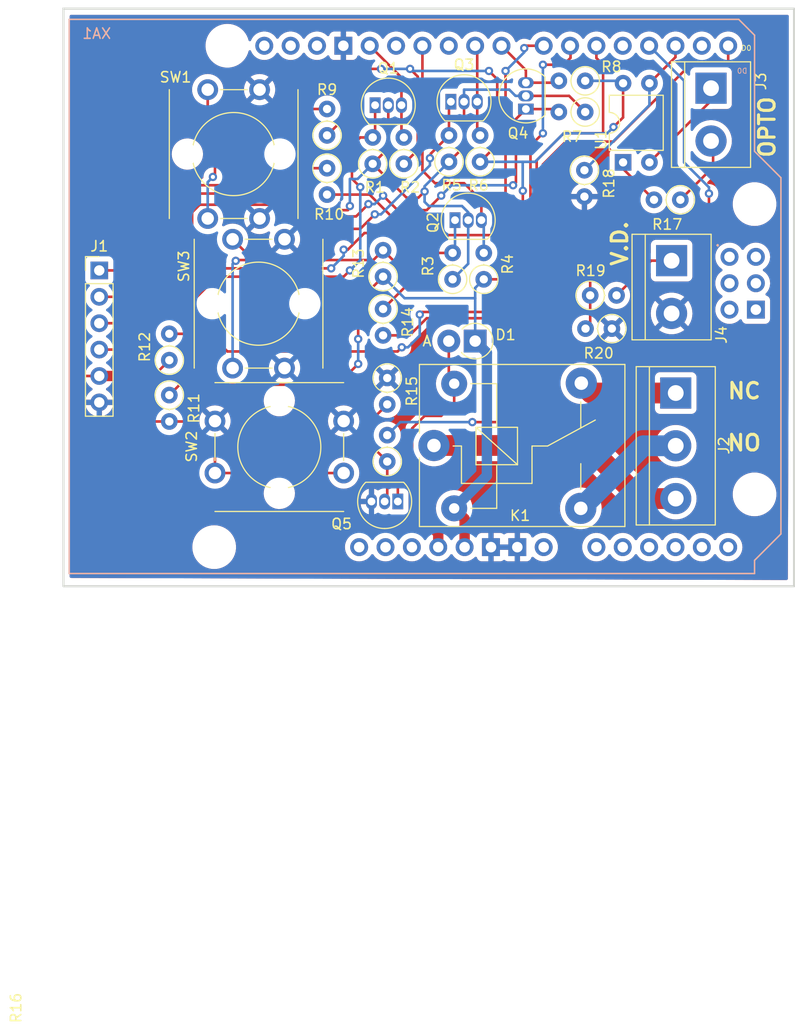
<source format=kicad_pcb>
(kicad_pcb (version 20211014) (generator pcbnew)
  (layers (0 "F.Cu" signal) (31 "B.Cu" signal) (34 "B.Paste" user) (35 "F.Paste" user) (36 "B.SilkS" user "B.Silkscreen") (37 "F.SilkS" user "F.Silkscreen") (38 "B.Mask" user) (39 "F.Mask" user) (44 "Edge.Cuts" user))
  (net 0 "")
  (net 1 "/level_translator_1/3V_IO")
  (net 2 "+3.3V")
  (net 3 "/level_translator_1/5V_IO")
  (net 4 "/level_translator_2/3V_IO")
  (net 5 "/level_translator_2/5V_IO")
  (net 6 "/level_translator_3/3V_IO")
  (net 7 "/level_translator_3/5V_IO")
  (net 8 "/level_translator_4/3V_IO")
  (net 9 "/level_translator_4/5V_IO")
  (net 10 "+5V")
  (net 11 "Net-(R10-Pad1)")
  (net 12 "/btn1/btn_in")
  (net 13 "Net-(R11-Pad2)")
  (net 14 "/btn2/btn_in")
  (net 15 "Net-(R13-Pad2)")
  (net 16 "/btn3/btn_in")
  (net 25 "Net-(D1-Pad2)")
  (net 27 "Net-(J2-Pad1)")
  (net 28 "Net-(J2-Pad2)")
  (net 29 "Net-(J2-Pad3)")
  (net 31 "Net-(J3-Pad1)")
  (net 33 "Net-(J3-Pad2)")
  (net 34 "GND")
  (net 43 "Net-(J4-Pad1)")
  (net 44 "Net-(Q5-Pad2)")
  (net 45 "Net-(R16-Pad2)")
  (net 46 "Net-(R17-Pad2)")
  (net 47 "Net-(R18-Pad1)")
  (net 48 "Net-(R19-Pad1)")
  (footprint "Arduino_Library:SW_Push_Unknown" (layer "F.Cu") (at 51.6 69.6)
    (fp_text reference "SW3")
    (fp_text value "SW_Push")
  )
  (footprint "Package_TO_SOT_THT:TO-92_Inline" (layer "F.Cu") (at 65.02 88.64 180)
    (fp_text reference "Q5")
    (fp_text value "BC337")
  )
  (footprint "Resistor_THT:R_Axial_DIN0207_L6.3mm_D2.5mm_P2.54mm_Vertical" (layer "F.Cu") (at 63.6 70.11 -90)
    (fp_text reference "R14")
    (fp_text value "220")
  )
  (footprint "Resistor_THT:R_Axial_DIN0207_L6.3mm_D2.5mm_P2.54mm_Vertical" (layer "F.Cu") (at 64 76.755 -90)
    (fp_text reference "R15")
    (fp_text value "4k7")
  )
  (footprint "Resistor_THT:R_Axial_DIN0207_L6.3mm_D2.5mm_P2.54mm_Vertical" (layer "F.Cu") (at 92.245 59.6 180)
    (fp_text reference "R17")
    (fp_text value "1k")
  )
  (footprint "TerminalBlock:TerminalBlock_bornier-2_P5.08mm" (layer "F.Cu") (at 95.2 48.86 -90)
    (fp_text reference "J3")
    (fp_text value "Screw_Terminal_01x02")
  )
  (footprint "Resistor_THT:R_Axial_DIN0207_L6.3mm_D2.5mm_P2.54mm_Vertical" (layer "F.Cu") (at 83.075 48.15 180)
    (fp_text reference "R8")
    (fp_text value "10K")
  )
  (footprint "Arduino_Library:SW_Push_Unknown" (layer "F.Cu") (at 49.2 55.2)
    (fp_text reference "SW1")
    (fp_text value "SW_Push")
  )
  (footprint "Resistor_THT:R_Axial_DIN0207_L6.3mm_D2.5mm_P2.54mm_Vertical" (layer "F.Cu") (at 63.6 67 90)
    (fp_text reference "R13")
    (fp_text value "12k")
  )
  (footprint "Resistor_THT:R_Axial_DIN0207_L6.3mm_D2.5mm_P2.54mm_Vertical" (layer "F.Cu") (at 70.3 67.255 90)
    (fp_text reference "R3")
    (fp_text value "10K")
  )
  (footprint "Resistor_THT:R_Axial_DIN0207_L6.3mm_D2.5mm_P2.54mm_Vertical" (layer "F.Cu") (at 83.555 68.8)
    (fp_text reference "R19")
    (fp_text value "2k")
  )
  (footprint "Resistor_THT:R_Axial_DIN0207_L6.3mm_D2.5mm_P2.54mm_Vertical" (layer "F.Cu") (at 85.645 72 180)
    (fp_text reference "R20")
    (fp_text value "1k")
  )
  (footprint "Resistor_THT:R_Axial_DIN0207_L6.3mm_D2.5mm_P2.54mm_Vertical" (layer "F.Cu") (at 83.075 51.15 180)
    (fp_text reference "R7")
    (fp_text value "10K")
  )
  (footprint "Resistor_THT:R_Axial_DIN0207_L6.3mm_D2.5mm_P2.54mm_Vertical" (layer "F.Cu") (at 58.2 53.4 90)
    (fp_text reference "R9")
    (fp_text value "12k")
  )
  (footprint "Resistor_THT:R_Axial_DIN0207_L6.3mm_D2.5mm_P2.54mm_Vertical" (layer "F.Cu") (at 83 56.755 -90)
    (fp_text reference "R18")
    (fp_text value "10k")
  )
  (footprint "Resistor_THT:R_Axial_DIN0207_L6.3mm_D2.5mm_P2.54mm_Vertical" (layer "F.Cu") (at 62.6 56.14 90)
    (fp_text reference "R1")
    (fp_text value "10K")
  )
  (footprint "Diode_THT:D_DO-41_SOD81_P2.54mm_Vertical_AnodeUp" (layer "F.Cu") (at 72.471766 73.2 180)
    (fp_text reference "D1")
    (fp_text value "1N4001")
  )
  (footprint "Resistor_THT:R_Axial_DIN0207_L6.3mm_D2.5mm_P2.54mm_Vertical" (layer "F.Cu") (at 65.6 56.14 90)
    (fp_text reference "R2")
    (fp_text value "10K")
  )
  (footprint "Resistor_THT:R_Axial_DIN0207_L6.3mm_D2.5mm_P2.54mm_Vertical" (layer "F.Cu") (at 43 78.4 -90)
    (fp_text reference "R11")
    (fp_text value "12k")
  )
  (footprint "Arduino_Library:Arduino_Uno_Shield" (layer "F.Cu") (at 33.354 95.574237)
    (fp_text reference "XA1")
    (fp_text value "Arduino_Uno_Shield")
  )
  (footprint "Package_TO_SOT_THT:TO-92_Inline" (layer "F.Cu") (at 62.83 50.495)
    (fp_text reference "Q1")
    (fp_text value "2N7000")
  )
  (footprint "Package_TO_SOT_THT:TO-92_Inline" (layer "F.Cu") (at 70.13 50.16)
    (fp_text reference "Q3")
    (fp_text value "2N7000")
  )
  (footprint "TerminalBlock:TerminalBlock_bornier-2_P5.08mm" (layer "F.Cu") (at 91.4 65.46 -90)
    (fp_text reference "J4")
    (fp_text value "Screw_Terminal_01x02")
  )
  (footprint "Resistor_THT:R_Axial_DIN0207_L6.3mm_D2.5mm_P2.54mm_Vertical" (layer "F.Cu") (at 43 75.04 90)
    (fp_text reference "R12")
    (fp_text value "220")
  )
  (footprint "Package_TO_SOT_THT:TO-92_Inline" (layer "F.Cu") (at 77.36 50.87 90)
    (fp_text reference "Q4")
    (fp_text value "2N7000")
  )
  (footprint "Resistor_THT:R_Axial_DIN0207_L6.3mm_D2.5mm_P2.54mm_Vertical" (layer "F.Cu") (at 69.95 55.945 90)
    (fp_text reference "R5")
    (fp_text value "10K")
  )
  (footprint "Package_TO_SOT_THT:TO-92_Inline" (layer "F.Cu") (at 70.53 61.56)
    (fp_text reference "Q2")
    (fp_text value "2N7000")
  )
  (footprint "Arduino_Library:SW_Push_Unknown" (layer "F.Cu") (at 53.6 83.4 90)
    (fp_text reference "SW2")
    (fp_text value "SW_Push")
  )
  (footprint "Resistor_THT:R_Axial_DIN0207_L6.3mm_D2.5mm_P2.54mm_Vertical" (layer "F.Cu") (at 64 84.795 90)
    (fp_text reference "R16")
    (fp_text value "470")
  )
  (footprint "Resistor_THT:R_Axial_DIN0207_L6.3mm_D2.5mm_P2.54mm_Vertical" (layer "F.Cu") (at 72.95 55.945 90)
    (fp_text reference "R6")
    (fp_text value "10K")
  )
  (footprint "TerminalBlock:TerminalBlock_bornier-3_P5.08mm" (layer "F.Cu") (at 91.8 78.2 -90)
    (fp_text reference "J2")
    (fp_text value "Screw_Terminal_01x03")
  )
  (footprint "Package_DIP:DIP-4_W7.62mm" (layer "F.Cu") (at 86.725 56 90)
    (fp_text reference "U1")
    (fp_text value "PC817")
  )
  (footprint "Resistor_THT:R_Axial_DIN0207_L6.3mm_D2.5mm_P2.54mm_Vertical" (layer "F.Cu") (at 58.2 56.56 -90)
    (fp_text reference "R10")
    (fp_text value "220")
  )
  (footprint "Resistor_THT:R_Axial_DIN0207_L6.3mm_D2.5mm_P2.54mm_Vertical" (layer "F.Cu") (at 73.3 67.255 90)
    (fp_text reference "R4")
    (fp_text value "10K")
  )
  (footprint "Relay_THT:Relay_SPDT_SANYOU_SRD_Series_Form_C" (layer "F.Cu") (at 68.5 83.25)
    (fp_text reference "K1")
    (fp_text value "SANYOU_SRD_Form_C")
  )
  (footprint "Connector_PinHeader_2.54mm:PinHeader_1x06_P2.54mm_Vertical" (layer "F.Cu") (at 36.25 66.4)
    (fp_text reference "J1")
    (fp_text value "Conn_01x06_Male")
  )
  (gr_rect (start 32.8 41.2) (end 103.2 96.8) (layer "Edge.Cuts") (width 0.2) (fill none))
  (gr_text "V.D." (at 86.4 63.8 90) (layer "F.SilkS") (effects (font (size 1.5 1.5) (thickness 0.3))))
  (gr_text "OPTO" (at 100.6 52.6 90) (layer "F.SilkS") (effects (font (size 1.5 1.5) (thickness 0.3))))
  (gr_text "NC\n" (at 98.4 78) (layer "F.SilkS") (effects (font (size 1.5 1.5) (thickness 0.3))))
  (gr_text "NO" (at 98.4 83) (layer "F.SilkS") (effects (font (size 1.5 1.5) (thickness 0.3))))
  (segment (start 38.18 74.02) (end 38.58 74.02) (width 0.25) (layer "F.Cu") (net 1))
  (segment (start 36.25 74.02) (end 38.18 74.02) (width 0.25) (layer "F.Cu") (net 1))
  (segment (start 60.6 57.5755) (end 60.6 54.4) (width 0.25) (layer "F.Cu") (net 1))
  (segment (start 47.6 67) (end 59.6 67) (width 0.25) (layer "F.Cu") (net 1))
  (segment (start 47 67.6) (end 47.6 67) (width 0.25) (layer "F.Cu") (net 1))
  (segment (start 61.4 58.3755) (end 60.6 57.5755) (width 0.25) (layer "F.Cu") (net 1))
  (segment (start 41.8 70.8) (end 43.8 70.8) (width 0.25) (layer "F.Cu") (net 1))
  (segment (start 60.6 54.4) (end 61.4 53.6) (width 0.25) (layer "F.Cu") (net 1))
  (segment (start 38.58 74.02) (end 41.8 70.8) (width 0.25) (layer "F.Cu") (net 1))
  (segment (start 43.8 70.8) (end 47 67.6) (width 0.25) (layer "F.Cu") (net 1))
  (segment (start 59.8 67) (end 60.4 66.4) (width 0.25) (layer "F.Cu") (net 1))
  (segment (start 62.83 53.37) (end 62.6 53.6) (width 0.25) (layer "F.Cu") (net 1))
  (segment (start 61.4 53.6) (end 62.6 53.6) (width 0.25) (layer "F.Cu") (net 1))
  (segment (start 59.6 67) (end 59.8 67) (width 0.25) (layer "F.Cu") (net 1))
  (segment (start 62.83 50.495) (end 62.83 53.37) (width 0.25) (layer "F.Cu") (net 1))
  (via (at 61.4 58.3755) (size 0.8) (drill 0.4) (layers "F.Cu" "B.Cu") (net 1))
  (via (at 60.4 66.4) (size 0.8) (drill 0.4) (layers "F.Cu" "B.Cu") (net 1))
  (segment (start 60.4 66.4) (end 61.4 65.4) (width 0.25) (layer "B.Cu") (net 1))
  (segment (start 61.4 65.4) (end 61.4 58.3755) (width 0.25) (layer "B.Cu") (net 1))
  (segment (start 67 59.4) (end 67.6 58.8) (width 0.25) (layer "F.Cu") (net 2))
  (segment (start 69.95 55.945) (end 71.4 54.495) (width 0.25) (layer "F.Cu") (net 2))
  (segment (start 42.36 64.36) (end 42.84 64.36) (width 0.25) (layer "F.Cu") (net 2))
  (segment (start 44.4 58.2) (end 54.8 58.2) (width 0.25) (layer "F.Cu") (net 2))
  (segment (start 81.525 49.6) (end 83.075 51.15) (width 0.25) (layer "F.Cu") (net 2))
  (segment (start 38.96 76.56) (end 36.25 76.56) (width 1) (layer "F.Cu") (net 2))
  (segment (start 68.914 91.714) (end 68 90.8) (width 1) (layer "F.Cu") (net 2))
  (segment (start 48.8 88.4) (end 44 88.4) (width 1) (layer "F.Cu") (net 2))
  (segment (start 64.1 54.64) (end 64.1 50.495) (width 0.25) (layer "F.Cu") (net 2))
  (segment (start 36.25 76.56) (end 34.44 76.56) (width 0.25) (layer "F.Cu") (net 2))
  (segment (start 51.2 90.8) (end 48.8 88.4) (width 1) (layer "F.Cu") (net 2))
  (segment (start 44 88.4) (end 39.4 83.8) (width 1) (layer "F.Cu") (net 2))
  (segment (start 60.4 60.4) (end 60.4 60.2) (width 0.25) (layer "F.Cu") (net 2))
  (segment (start 71.4 54.495) (end 71.4 50.16) (width 0.25) (layer "F.Cu") (net 2))
  (segment (start 42.84 64.36) (end 43.8 63.4) (width 0.25) (layer "F.Cu") (net 2))
  (segment (start 57.2 60.6) (end 60.2 60.6) (width 0.25) (layer "F.Cu") (net 2))
  (segment (start 43.8 58.8) (end 44.4 58.2) (width 0.25) (layer "F.Cu") (net 2))
  (segment (start 60.2 60.6) (end 60.4 60.4) (width 0.25) (layer "F.Cu") (net 2))
  (segment (start 39.4 77) (end 38.96 76.56) (width 1) (layer "F.Cu") (net 2))
  (segment (start 77.36 49.6) (end 81.525 49.6) (width 0.25) (layer "F.Cu") (net 2))
  (segment (start 68.914 93.034237) (end 68.914 91.714) (width 1) (layer "F.Cu") (net 2))
  (segment (start 43.8 63.4) (end 43.8 58.8) (width 0.25) (layer "F.Cu") (net 2))
  (segment (start 34.44 76.56) (end 34.44 64.36) (width 0.25) (layer "F.Cu") (net 2))
  (segment (start 65.86 59.4) (end 67 59.4) (width 0.25) (layer "F.Cu") (net 2))
  (segment (start 62.6 56.14) (end 64.1 54.64) (width 0.25) (layer "F.Cu") (net 2))
  (segment (start 54.8 58.2) (end 57.2 60.6) (width 0.25) (layer "F.Cu") (net 2))
  (segment (start 68 90.8) (end 51.2 90.8) (width 1) (layer "F.Cu") (net 2))
  (segment (start 34.44 64.36) (end 42.36 64.36) (width 0.25) (layer "F.Cu") (net 2))
  (segment (start 39.4 83.8) (end 39.4 77) (width 1) (layer "F.Cu") (net 2))
  (segment (start 62.6 56.14) (end 65.86 59.4) (width 0.25) (layer "F.Cu") (net 2))
  (via (at 67.6 58.8) (size 0.8) (drill 0.4) (layers "F.Cu" "B.Cu") (net 2))
  (via (at 60.4 60.2) (size 0.8) (drill 0.4) (layers "F.Cu" "B.Cu") (net 2))
  (segment (start 71.8 65.755) (end 70.3 67.255) (width 0.25) (layer "B.Cu") (net 2))
  (segment (start 71.2 60.2) (end 68 60.2) (width 0.25) (layer "B.Cu") (net 2))
  (segment (start 71.8 60.8) (end 71.2 60.2) (width 0.25) (layer "B.Cu") (net 2))
  (segment (start 68 60.2) (end 67.6 59.8) (width 0.25) (layer "B.Cu") (net 2))
  (segment (start 60.4 60.2) (end 60.4 57.6) (width 0.25) (layer "B.Cu") (net 2))
  (segment (start 60.4 57.6) (end 61.14 57.6) (width 0.25) (layer "B.Cu") (net 2))
  (segment (start 71.4 49) (end 75.76 49) (width 0.25) (layer "B.Cu") (net 2))
  (segment (start 61.14 57.6) (end 62.6 56.14) (width 0.25) (layer "B.Cu") (net 2))
  (segment (start 67.6 59.8) (end 67.6 58.8) (width 0.25) (layer "B.Cu") (net 2))
  (segment (start 75.76 49) (end 76.36 49.6) (width 0.25) (layer "B.Cu") (net 2))
  (segment (start 71.8 61.56) (end 71.8 65.755) (width 0.25) (layer "B.Cu") (net 2))
  (segment (start 76.36 49.6) (end 77.36 49.6) (width 0.25) (layer "B.Cu") (net 2))
  (segment (start 67.6 58.295) (end 69.95 55.945) (width 0.25) (layer "B.Cu") (net 2))
  (segment (start 71.4 50.16) (end 71.4 49) (width 0.25) (layer "B.Cu") (net 2))
  (segment (start 71.8 61.56) (end 71.8 60.8) (width 0.25) (layer "B.Cu") (net 2))
  (segment (start 67.6 58.8) (end 67.6 58.295) (width 0.25) (layer "B.Cu") (net 2))
  (segment (start 65.37 47.834237) (end 62.31 44.774237) (width 0.25) (layer "F.Cu") (net 3))
  (segment (start 65.37 50.495) (end 65.37 53.37) (width 0.25) (layer "F.Cu") (net 3))
  (segment (start 65.37 53.37) (end 65.6 53.6) (width 0.25) (layer "F.Cu") (net 3))
  (segment (start 65.37 50.495) (end 65.37 47.834237) (width 0.25) (layer "F.Cu") (net 3))
  (segment (start 61.8 62.8) (end 60.6 64) (width 0.25) (layer "F.Cu") (net 4))
  (segment (start 66.515 64.715) (end 64.6 62.8) (width 0.25) (layer "F.Cu") (net 4))
  (segment (start 64.6 62.8) (end 61.8 62.8) (width 0.25) (layer "F.Cu") (net 4))
  (segment (start 60.6 64) (end 60.2 64.4) (width 0.25) (layer "F.Cu") (net 4))
  (segment (start 43.4 69.8) (end 41.2 69.8) (width 0.25) (layer "F.Cu") (net 4))
  (segment (start 60.2 64.4) (end 59.8 64.4) (width 0.25) (layer "F.Cu") (net 4))
  (segment (start 39.52 71.48) (end 36.25 71.48) (width 0.25) (layer "F.Cu") (net 4))
  (segment (start 58.6 66.2) (end 47 66.2) (width 0.25) (layer "F.Cu") (net 4))
  (segment (start 41.2 69.8) (end 39.52 71.48) (width 0.25) (layer "F.Cu") (net 4))
  (segment (start 70.3 64.715) (end 66.515 64.715) (width 0.25) (layer "F.Cu") (net 4))
  (segment (start 47 66.2) (end 43.4 69.8) (width 0.25) (layer "F.Cu") (net 4))
  (via (at 59.8 64.4) (size 0.8) (drill 0.4) (layers "F.Cu" "B.Cu") (net 4))
  (via (at 58.6 66.2) (size 0.8) (drill 0.4) (layers "F.Cu" "B.Cu") (net 4))
  (segment (start 70.53 61.56) (end 70.53 64.485) (width 0.25) (layer "B.Cu") (net 4))
  (segment (start 59.8 64.4) (end 59.8 65) (width 0.25) (layer "B.Cu") (net 4))
  (segment (start 70.53 64.485) (end 70.3 64.715) (width 0.25) (layer "B.Cu") (net 4))
  (segment (start 59.8 65) (end 58.6 66.2) (width 0.25) (layer "B.Cu") (net 4))
  (segment (start 68.6 58) (end 71.4 58) (width 0.25) (layer "F.Cu") (net 5))
  (segment (start 71.4 58) (end 73.07 59.67) (width 0.25) (layer "F.Cu") (net 5))
  (segment (start 67.39 44.774237) (end 67.39 56.79) (width 0.25) (layer "F.Cu") (net 5))
  (segment (start 73.07 59.67) (end 73.07 61.56) (width 0.25) (layer "F.Cu") (net 5))
  (segment (start 67.39 56.79) (end 68.6 58) (width 0.25) (layer "F.Cu") (net 5))
  (segment (start 73.3 61.79) (end 73.07 61.56) (width 0.25) (layer "B.Cu") (net 5))
  (segment (start 73.3 64.715) (end 73.3 61.79) (width 0.25) (layer "B.Cu") (net 5))
  (segment (start 60.2 62.4) (end 61.4 62.4) (width 0.25) (layer "F.Cu") (net 6))
  (segment (start 53.075 60.075) (end 55.4 62.4) (width 0.25) (layer "F.Cu") (net 6))
  (segment (start 59.4 62.4) (end 60.2 62.4) (width 0.25) (layer "F.Cu") (net 6))
  (segment (start 61.4 62.4) (end 62.8 61) (width 0.25) (layer "F.Cu") (net 6))
  (segment (start 43.06 68.94) (end 45.2 66.8) (width 0.25) (layer "F.Cu") (net 6))
  (segment (start 55.4 62.4) (end 59.4 62.4) (width 0.25) (layer "F.Cu") (net 6))
  (segment (start 45.2 66.8) (end 45.2 60.8) (width 0.25) (layer "F.Cu") (net 6))
  (segment (start 36.25 68.94) (end 43.06 68.94) (width 0.25) (layer "F.Cu") (net 6))
  (segment (start 68.1145 55.6) (end 68.2 55.5145) (width 0.25) (layer "F.Cu") (net 6))
  (segment (start 45.925 60.075) (end 53.075 60.075) (width 0.25) (layer "F.Cu") (net 6))
  (segment (start 68.2 55.155) (end 69.95 53.405) (width 0.25) (layer "F.Cu") (net 6))
  (segment (start 69.95 53.405) (end 69.95 50.34) (width 0.25) (layer "F.Cu") (net 6))
  (segment (start 69.95 50.34) (end 70.13 50.16) (width 0.25) (layer "F.Cu") (net 6))
  (segment (start 45.2 60.8) (end 45.925 60.075) (width 0.25) (layer "F.Cu") (net 6))
  (segment (start 68.2 55.5145) (end 68.2 55.155) (width 0.25) (layer "F.Cu") (net 6))
  (via (at 62.8 61) (size 0.8) (drill 0.4) (layers "F.Cu" "B.Cu") (net 6))
  (via (at 68.1145 55.6) (size 0.8) (drill 0.4) (layers "F.Cu" "B.Cu") (net 6))
  (segment (start 63.4 61) (end 68.1145 56.2855) (width 0.25) (layer "B.Cu") (net 6))
  (segment (start 68.1145 56.2855) (end 68.1145 55.6) (width 0.25) (layer "B.Cu") (net 6))
  (segment (start 62.8 61) (end 63.4 61) (width 0.25) (layer "B.Cu") (net 6))
  (segment (start 72.67 50.16) (end 72.67 53.125) (width 0.25) (layer "F.Cu") (net 7))
  (segment (start 72.67 44.974237) (end 72.47 44.774237) (width 0.25) (layer "F.Cu") (net 7))
  (segment (start 72.67 50.16) (end 72.67 44.974237) (width 0.25) (layer "F.Cu") (net 7))
  (segment (start 72.67 53.125) (end 72.95 53.405) (width 0.25) (layer "F.Cu") (net 7))
  (segment (start 63.6 59.2) (end 65 60.6) (width 0.25) (layer "F.Cu") (net 8))
  (segment (start 54.4 59) (end 56.6 61.2) (width 0.25) (layer "F.Cu") (net 8))
  (segment (start 61 61.2) (end 62.187701 60.012299) (width 0.25) (layer "F.Cu") (net 8))
  (segment (start 44.4 64.2) (end 44.6 64) (width 0.25) (layer "F.Cu") (net 8))
  (segment (start 76.4 57.9245) (end 76.4 51.83) (width 0.25) (layer "F.Cu") (net 8))
  (segment (start 44.6 59.4) (end 45 59) (width 0.25) (layer "F.Cu") (net 8))
  (segment (start 42.2 66.4) (end 44.2 64.4) (width 0.25) (layer "F.Cu") (net 8))
  (segment (start 77.36 50.87) (end 80.255 50.87) (width 0.25) (layer "F.Cu") (net 8))
  (segment (start 65 60.6) (end 67.8 60.6) (width 0.25) (layer "F.Cu") (net 8))
  (segment (start 36.25 66.4) (end 42.2 66.4) (width 0.25) (layer "F.Cu") (net 8))
  (segment (start 76.4 51.83) (end 77.36 50.87) (width 0.25) (layer "F.Cu") (net 8))
  (segment (start 80.255 50.87) (end 80.535 51.15) (width 0.25) (layer "F.Cu") (net 8))
  (segment (start 44.2 64.4) (end 44.4 64.2) (width 0.25) (layer "F.Cu") (net 8))
  (segment (start 76.1245 58.2) (end 76.4 57.9245) (width 0.25) (layer "F.Cu") (net 8))
  (segment (start 44.6 64) (end 44.6 59.4) (width 0.25) (layer "F.Cu") (net 8))
  (segment (start 56.6 61.2) (end 61 61.2) (width 0.25) (layer "F.Cu") (net 8))
  (segment (start 45 59) (end 54.4 59) (width 0.25) (layer "F.Cu") (net 8))
  (segment (start 67.8 60.6) (end 69.2 59.2) (width 0.25) (layer "F.Cu") (net 8))
  (via (at 69.2 59.2) (size 0.8) (drill 0.4) (layers "F.Cu" "B.Cu") (net 8))
  (via (at 63.6 59.2) (size 0.8) (drill 0.4) (layers "F.Cu" "B.Cu") (net 8))
  (via (at 76.1245 58.2) (size 0.8) (drill 0.4) (layers "F.Cu" "B.Cu") (net 8))
  (via (at 62.187701 60.012299) (size 0.8) (drill 0.4) (layers "F.Cu" "B.Cu") (net 8))
  (segment (start 62.787701 60.012299) (end 63.6 59.2) (width 0.25) (layer "B.Cu") (net 8))
  (segment (start 62.187701 60.012299) (end 62.787701 60.012299) (width 0.25) (layer "B.Cu") (net 8))
  (segment (start 70.2 58.2) (end 76.1245 58.2) (width 0.25) (layer "B.Cu") (net 8))
  (segment (start 69.2 59.2) (end 70.2 58.2) (width 0.25) (layer "B.Cu") (net 8))
  (segment (start 77.36 48.33) (end 80.355 48.33) (width 0.25) (layer "F.Cu") (net 9))
  (segment (start 77.36 48.33) (end 77.36 47.124237) (width 0.25) (layer "F.Cu") (net 9))
  (segment (start 77.36 47.124237) (end 75.01 44.774237) (width 0.25) (layer "F.Cu") (net 9))
  (segment (start 80.355 48.33) (end 80.535 48.15) (width 0.25) (layer "F.Cu") (net 9))
  (segment (start 66.94 47.74) (end 66.94 54.8) (width 0.25) (layer "F.Cu") (net 10))
  (segment (start 61.2 47) (end 63.4 47) (width 0.25) (layer "F.Cu") (net 10))
  (segment (start 60.4 51.2) (end 60.6 51) (width 0.25) (layer "F.Cu") (net 10))
  (segment (start 61.2 75.4) (end 59.2 77.4) (width 0.25) (layer "F.Cu") (net 10))
  (segment (start 75.745 67.255) (end 73.3 67.255) (width 0.25) (layer "F.Cu") (net 10))
  (segment (start 63.6 67) (end 62.8 67.8) (width 0.25) (layer "F.Cu") (net 10))
  (segment (start 59.2 77.4) (end 44 77.4) (width 0.25) (layer "F.Cu") (net 10))
  (segment (start 77.064798 65.935202) (end 75.745 67.255) (width 0.25) (layer "F.Cu") (net 10))
  (segment (start 86.725 51.675) (end 86.725 48.38) (width 0.25) (layer "F.Cu") (net 10))
  (segment (start 60.8 50.8) (end 60.8 47.4) (width 0.25) (layer "F.Cu") (net 10))
  (segment (start 44 77.4) (end 43 78.4) (width 0.25) (layer "F.Cu") (net 10))
  (segment (start 74.6 54.295) (end 74.6 48) (width 0.25) (layer "F.Cu") (net 10))
  (segment (start 77.064798 58.733635) (end 77.064798 65.935202) (width 0.25) (layer "F.Cu") (net 10))
  (segment (start 62.8 67.8) (end 62.6 68) (width 0.25) (layer "F.Cu") (net 10))
  (segment (start 72.95 55.945) (end 74.6 54.295) (width 0.25) (layer "F.Cu") (net 10))
  (segment (start 85.8 52.6) (end 86.725 51.675) (width 0.25) (layer "F.Cu") (net 10))
  (segment (start 61.8 68) (end 61.2 68.6) (width 0.25) (layer "F.Cu") (net 10))
  (segment (start 71.454 93.034237) (end 71.454 90.304) (width 1) (layer "F.Cu") (net 10))
  (segment (start 60.6 51) (end 60.8 50.8) (width 0.25) (layer "F.Cu") (net 10))
  (segment (start 71.454 90.304) (end 70.45 89.3) (width 1) (layer "F.Cu") (net 10))
  (segment (start 61.2 68.6) (end 61.2 73) (width 0.25) (layer "F.Cu") (net 10))
  (segment (start 62.6 68) (end 61.8 68) (width 0.25) (layer "F.Cu") (net 10))
  (segment (start 58.2 53.4) (end 60.4 51.2) (width 0.25) (layer "F.Cu") (net 10))
  (segment (start 66.94 54.8) (end 65.6 56.14) (width 0.25) (layer "F.Cu") (net 10))
  (segment (start 60.8 47.4) (end 61.2 47) (width 0.25) (layer "F.Cu") (net 10))
  (segment (start 66.2 47) (end 66.94 47.74) (width 0.25) (layer "F.Cu") (net 10))
  (segment (start 74.6 48) (end 73.8 47.2) (width 0.25) (layer "F.Cu") (net 10))
  (via (at 63.4 47) (size 0.8) (drill 0.4) (layers "F.Cu" "B.Cu") (net 10))
  (via (at 73.8 47.2) (size 0.8) (drill 0.4) (layers "F.Cu" "B.Cu") (net 10))
  (via (at 61.2 73) (size 0.8) (drill 0.4) (layers "F.Cu" "B.Cu") (net 10))
  (via (at 61.2 75.4) (size 0.8) (drill 0.4) (layers "F.Cu" "B.Cu") (net 10))
  (via (at 85.8 52.6) (size 0.8) (drill 0.4) (layers "F.Cu" "B.Cu") (net 10))
  (via (at 66.2 47) (size 0.8) (drill 0.4) (layers "F.Cu" "B.Cu") (net 10))
  (via (at 77.064798 58.733635) (size 0.8) (drill 0.4) (layers "F.Cu" "B.Cu") (net 10))
  (segment (start 72.471766 69.071766) (end 72.471766 68.083234) (width 0.25) (layer "B.Cu") (net 10))
  (segment (start 63.4 47) (end 66.2 47) (width 0.25) (layer "B.Cu") (net 10))
  (segment (start 78.255 55.945) (end 81 53.2) (width 0.25) (layer "B.Cu") (net 10))
  (segment (start 72.471766 68.083234) (end 73.3 67.255) (width 0.25) (layer "B.Cu") (net 10))
  (segment (start 77.055 55.945) (end 78.255 55.945) (width 0.25) (layer "B.Cu") (net 10))
  (segment (start 66.4 47.2) (end 66.2 47) (width 0.25) (layer "B.Cu") (net 10))
  (segment (start 73.6 86.15) (end 73.6 74.328234) (width 1) (layer "B.Cu") (net 10))
  (segment (start 73.6 74.328234) (end 72.471766 73.2) (width 1) (layer "B.Cu") (net 10))
  (segment (start 63.6 67) (end 65.671766 69.071766) (width 0.25) (layer "B.Cu") (net 10))
  (segment (start 70.45 89.3) (end 73.6 86.15) (width 1) (layer "B.Cu") (net 10))
  (segment (start 77.055 55.945) (end 77.055 58.723837) (width 0.25) (layer "B.Cu") (net 10))
  (segment (start 65.671766 69.071766) (end 72.471766 69.071766) (width 0.25) (layer "B.Cu") (net 10))
  (segment (start 61.2 73) (end 61.2 75.4) (width 0.25) (layer "B.Cu") (net 10))
  (segment (start 72.95 55.945) (end 77.055 55.945) (width 0.25) (layer "B.Cu") (net 10))
  (segment (start 83.075 48.15) (end 86.495 48.15) (width 0.25) (layer "B.Cu") (net 10))
  (segment (start 72.471766 73.2) (end 72.471766 69.071766) (width 0.25) (layer "B.Cu") (net 10))
  (segment (start 77.055 58.723837) (end 77.064798 58.733635) (width 0.25) (layer "B.Cu") (net 10))
  (segment (start 86.495 48.15) (end 86.725 48.38) (width 0.25) (layer "B.Cu") (net 10))
  (segment (start 81 53.2) (end 85.2 53.2) (width 0.25) (layer "B.Cu") (net 10))
  (segment (start 85.2 53.2) (end 85.8 52.6) (width 0.25) (layer "B.Cu") (net 10))
  (segment (start 73.8 47.2) (end 66.4 47.2) (width 0.25) (layer "B.Cu") (net 10))
  (segment (start 47.4 51.4) (end 47.4 57.2) (width 0.25) (layer "F.Cu") (net 11))
  (segment (start 47.94 50.86) (end 55.54 50.86) (width 0.25) (layer "F.Cu") (net 11))
  (segment (start 46.7 49) (end 46.7 50.7) (width 0.25) (layer "F.Cu") (net 11))
  (segment (start 47.4 57.2) (end 47.2 57.4) (width 0.25) (layer "F.Cu") (net 11))
  (segment (start 56.76 56.56) (end 55.54 55.34) (width 0.25) (layer "F.Cu") (net 11))
  (segment (start 55.54 55.34) (end 55.54 50.86) (width 0.25) (layer "F.Cu") (net 11))
  (segment (start 46.7 50.7) (end 47.4 51.4) (width 0.25) (layer "F.Cu") (net 11))
  (segment (start 47.4 51.4) (end 47.94 50.86) (width 0.25) (layer "F.Cu") (net 11))
  (segment (start 55.54 50.86) (end 58.2 50.86) (width 0.25) (layer "F.Cu") (net 11))
  (segment (start 58.2 56.56) (end 56.76 56.56) (width 0.25) (layer "F.Cu") (net 11))
  (via (at 47.2 57.4) (size 0.8) (drill 0.4) (layers "F.Cu" "B.Cu") (net 11))
  (segment (start 46.7 57.9) (end 46.7 61.4) (width 0.25) (layer "B.Cu") (net 11))
  (segment (start 47.2 57.4) (end 46.7 57.9) (width 0.25) (layer "B.Cu") (net 11))
  (segment (start 79.074 44.774237) (end 77.625763 44.774237) (width 0.25) (layer "F.Cu") (net 12))
  (segment (start 66.2 63) (end 62.3 59.1) (width 0.25) (layer "F.Cu") (net 12))
  (segment (start 77.625763 44.774237) (end 77.425763 44.774237) (width 0.25) (layer "F.Cu") (net 12))
  (segment (start 75.4 47.2) (end 75.4 62.8) (width 0.25) (layer "F.Cu") (net 12))
  (segment (start 77.425763 44.774237) (end 77.2 45) (width 0.25) (layer "F.Cu") (net 12))
  (segment (start 75.2 63) (end 66.2 63) (width 0.25) (layer "F.Cu") (net 12))
  (segment (start 75.4 62.8) (end 75.2 63) (width 0.25) (layer "F.Cu") (net 12))
  (segment (start 62.3 59.1) (end 58.2 59.1) (width 0.25) (layer "F.Cu") (net 12))
  (via (at 77.2 45) (size 0.8) (drill 0.4) (layers "F.Cu" "B.Cu") (net 12))
  (via (at 75.4 47.2) (size 0.8) (drill 0.4) (layers "F.Cu" "B.Cu") (net 12))
  (segment (start 77.2 45) (end 77.2 45.4) (width 0.25) (layer "B.Cu") (net 12))
  (segment (start 77.2 45.4) (end 75.4 47.2) (width 0.25) (layer "B.Cu") (net 12))
  (segment (start 41 80.6) (end 41 77.04) (width 0.25) (layer "F.Cu") (net 13))
  (segment (start 41.34 80.94) (end 41 80.6) (width 0.25) (layer "F.Cu") (net 13))
  (segment (start 44.34 80.94) (end 43 80.94) (width 0.25) (layer "F.Cu") (net 13))
  (segment (start 47.4 84) (end 44.34 80.94) (width 0.25) (layer "F.Cu") (net 13))
  (segment (start 43 80.94) (end 41.34 80.94) (width 0.25) (layer "F.Cu") (net 13))
  (segment (start 59.8 85.9) (end 47.4 85.9) (width 0.25) (layer "F.Cu") (net 13))
  (segment (start 47.4 85.9) (end 47.4 84) (width 0.25) (layer "F.Cu") (net 13))
  (segment (start 41 77.04) (end 43 75.04) (width 0.25) (layer "F.Cu") (net 13))
  (segment (start 48.6 74.2) (end 46.9 72.5) (width 0.25) (layer "F.Cu") (net 14))
  (segment (start 79 53.2) (end 77.8 54.4) (width 0.25) (layer "F.Cu") (net 14))
  (segment (start 67.375402 70.4) (end 67.134107 70.641295) (width 0.25) (layer "F.Cu") (net 14))
  (segment (start 65.4 73.8) (end 65 74.2) (width 0.25) (layer "F.Cu") (net 14))
  (segment (start 68 70.4) (end 67.375402 70.4) (width 0.25) (layer "F.Cu") (net 14))
  (segment (start 77.8 54.4) (end 77.8 69.4) (width 0.25) (layer "F.Cu") (net 14))
  (segment (start 76.8 70.4) (end 68 70.4) (width 0.25) (layer "F.Cu") (net 14))
  (segment (start 81.66 45.94) (end 81 46.6) (width 0.25) (layer "F.Cu") (net 14))
  (segment (start 81 46.6) (end 79 46.6) (width 0.25) (layer "F.Cu") (net 14))
  (segment (start 77.8 69.4) (end 76.8 70.4) (width 0.25) (layer "F.Cu") (net 14))
  (segment (start 46.9 72.5) (end 43 72.5) (width 0.25) (layer "F.Cu") (net 14))
  (segment (start 65 74.2) (end 48.6 74.2) (width 0.25) (layer "F.Cu") (net 14))
  (segment (start 81.66 44.820237) (end 81.66 45.94) (width 0.25) (layer "F.Cu") (net 14))
  (segment (start 81.614 44.774237) (end 81.66 44.820237) (width 0.25) (layer "F.Cu") (net 14))
  (via (at 67.134107 70.641295) (size 0.8) (drill 0.4) (layers "F.Cu" "B.Cu") (net 14))
  (via (at 79 53.2) (size 0.8) (drill 0.4) (layers "F.Cu" "B.Cu") (net 14))
  (via (at 79 46.6) (size 0.8) (drill 0.4) (layers "F.Cu" "B.Cu") (net 14))
  (via (at 65.4 73.8) (size 0.8) (drill 0.4) (layers "F.Cu" "B.Cu") (net 14))
  (segment (start 66 73.8) (end 65.4 73.8) (width 0.25) (layer "B.Cu") (net 14))
  (segment (start 67.134107 70.641295) (end 67.134107 72.665893) (width 0.25) (layer "B.Cu") (net 14))
  (segment (start 67.134107 72.665893) (end 66 73.8) (width 0.25) (layer "B.Cu") (net 14))
  (segment (start 79 46.6) (end 79 53.2) (width 0.25) (layer "B.Cu") (net 14))
  (segment (start 66 67.71) (end 66 66.86) (width 0.25) (layer "F.Cu") (net 15))
  (segment (start 66 66.86) (end 63.6 64.46) (width 0.25) (layer "F.Cu") (net 15))
  (segment (start 51.1 65.4) (end 62.66 65.4) (width 0.25) (layer "F.Cu") (net 15))
  (segment (start 51.1 65.4) (end 49.4755 65.4) (width 0.25) (layer "F.Cu") (net 15))
  (segment (start 62.66 65.4) (end 63.6 64.46) (width 0.25) (layer "F.Cu") (net 15))
  (segment (start 49.4755 65.4) (end 49.4 65.4755) (width 0.25) (layer "F.Cu") (net 15))
  (segment (start 63.6 70.11) (end 66 67.71) (width 0.25) (layer "F.Cu") (net 15))
  (segment (start 49.1 63.4) (end 51.1 65.4) (width 0.25) (layer "F.Cu") (net 15))
  (via (at 49.4 65.4755) (size 0.8) (drill 0.4) (layers "F.Cu" "B.Cu") (net 15))
  (segment (start 49.4 65.4755) (end 49.1 65.7755) (width 0.25) (layer "B.Cu") (net 15))
  (segment (start 49.1 65.7755) (end 49.1 75.8) (width 0.25) (layer "B.Cu") (net 15))
  (segment (start 84.154 45.954) (end 84.8 46.6) (width 0.25) (layer "F.Cu") (net 16))
  (segment (start 67.8 71) (end 66.15 72.65) (width 0.25) (layer "F.Cu") (net 16))
  (segment (start 77.4 71) (end 67.8 71) (width 0.25) (layer "F.Cu") (net 16))
  (segment (start 84.8 46.6) (end 84.8 53.2) (width 0.25) (layer "F.Cu") (net 16))
  (segment (start 78.4 55.8) (end 78.4 70) (width 0.25) (layer "F.Cu") (net 16))
  (segment (start 84.154 44.774237) (end 84.154 45.954) (width 0.25) (layer "F.Cu") (net 16))
  (segment (start 84.8 53.2) (end 81 53.2) (width 0.25) (layer "F.Cu") (net 16))
  (segment (start 66.15 72.65) (end 63.6 72.65) (width 0.25) (layer "F.Cu") (net 16))
  (segment (start 81 53.2) (end 78.4 55.8) (width 0.25) (layer "F.Cu") (net 16))
  (segment (start 78.4 70) (end 77.4 71) (width 0.25) (layer "F.Cu") (net 16))
  (segment (start 66.4 85.4) (end 66.4 81.6) (width 0.25) (layer "F.Cu") (net 25))
  (segment (start 66.4 81.6) (end 67.6 80.4) (width 0.25) (layer "F.Cu") (net 25))
  (segment (start 65.02 88.64) (end 65.02 86.78) (width 0.25) (layer "F.Cu") (net 25))
  (segment (start 69.931766 73.2) (end 69.931766 76.781766) (width 0.25) (layer "F.Cu") (net 25))
  (segment (start 67.6 80.4) (end 69.2 80.4) (width 0.25) (layer "F.Cu") (net 25))
  (segment (start 69.931766 76.781766) (end 70.45 77.3) (width 0.25) (layer "F.Cu") (net 25))
  (segment (start 65.02 86.78) (end 66.4 85.4) (width 0.25) (layer "F.Cu") (net 25))
  (segment (start 69.2 80.4) (end 70.45 79.15) (width 0.25) (layer "F.Cu") (net 25))
  (segment (start 70.45 79.15) (end 70.45 77.3) (width 0.25) (layer "F.Cu") (net 25))
  (segment (start 83.65 78.2) (end 82.7 77.25) (width 2) (layer "F.Cu") (net 27))
  (segment (start 91.8 78.2) (end 83.65 78.2) (width 2) (layer "F.Cu") (net 27))
  (segment (start 91.8 83.28) (end 88.67 83.28) (width 2) (layer "B.Cu") (net 28))
  (segment (start 88.67 83.28) (end 82.65 89.3) (width 2) (layer "B.Cu") (net 28))
  (segment (start 91.8 88.36) (end 88.36 88.36) (width 2) (layer "F.Cu") (net 29))
  (segment (start 83.25 83.25) (end 68.5 83.25) (width 2) (layer "F.Cu") (net 29))
  (segment (start 88.36 88.36) (end 83.25 83.25) (width 2) (layer "F.Cu") (net 29))
  (segment (start 95.4 49.865) (end 95.4 48.86) (width 0.25) (layer "F.Cu") (net 31))
  (segment (start 89.265 56) (end 95.4 49.865) (width 0.25) (layer "F.Cu") (net 31))
  (segment (start 95.4 53.94) (end 95.4 56.445) (width 0.25) (layer "F.Cu") (net 33))
  (segment (start 95.4 56.445) (end 92.245 59.6) (width 0.25) (layer "F.Cu") (net 33))
  (segment (start 64 76.755) (end 59.855 80.9) (width 0.25) (layer "F.Cu") (net 34))
  (segment (start 59.855 80.9) (end 59.8 80.9) (width 0.25) (layer "F.Cu") (net 34))
  (segment (start 89.435 65.46) (end 86.095 68.8) (width 0.25) (layer "F.Cu") (net 43))
  (segment (start 91.4 65.46) (end 89.435 65.46) (width 0.25) (layer "F.Cu") (net 43))
  (segment (start 64 84.795) (end 64 88.39) (width 0.25) (layer "F.Cu") (net 44))
  (segment (start 61.6 81.695) (end 61.6 82.395) (width 0.25) (layer "F.Cu") (net 44))
  (segment (start 64 79.295) (end 61.6 81.695) (width 0.25) (layer "F.Cu") (net 44))
  (segment (start 61.6 82.395) (end 64 84.795) (width 0.25) (layer "F.Cu") (net 44))
  (segment (start 64 88.39) (end 63.75 88.64) (width 0.25) (layer "F.Cu") (net 44))
  (segment (start 96.6 46.6) (end 93.2 46.6) (width 0.25) (layer "F.Cu") (net 45))
  (segment (start 81.2 54) (end 79 56.2) (width 0.25) (layer "F.Cu") (net 45))
  (segment (start 90.8 49) (end 90.6 49.2) (width 0.25) (layer "F.Cu") (net 45))
  (segment (start 93.2 46.6) (end 90.8 49) (width 0.25) (layer "F.Cu") (net 45))
  (segment (start 79 56.2) (end 79 80.6) (width 0.25) (layer "F.Cu") (net 45))
  (segment (start 85.8 54) (end 81.2 54) (width 0.25) (layer "F.Cu") (net 45))
  (segment (start 79 80.6) (end 78.6 81) (width 0.25) (layer "F.Cu") (net 45))
  (segment (start 96.854 46.346) (end 96.6 46.6) (width 0.25) (layer "F.Cu") (net 45))
  (segment (start 96.854 44.774237) (end 96.854 46.346) (width 0.25) (layer "F.Cu") (net 45))
  (segment (start 78.6 81) (end 72.2 81) (width 0.25) (layer "F.Cu") (net 45))
  (segment (start 90.6 49.2) (end 85.8 54) (width 0.25) (layer "F.Cu") (net 45))
  (via (at 72.2 81) (size 0.8) (drill 0.4) (layers "F.Cu" "B.Cu") (net 45))
  (segment (start 72.2 81) (end 65.255 81) (width 0.25) (layer "B.Cu") (net 45))
  (segment (start 65.255 81) (end 64 82.255) (width 0.25) (layer "B.Cu") (net 45))
  (segment (start 86.725 56.62) (end 86.725 56) (width 0.25) (layer "F.Cu") (net 46))
  (segment (start 89.705 59.6) (end 86.725 56.62) (width 0.25) (layer "F.Cu") (net 46))
  (segment (start 91.774 45.871) (end 91.774 44.774237) (width 0.25) (layer "F.Cu") (net 47))
  (segment (start 89.265 48.38) (end 91.774 45.871) (width 0.25) (layer "F.Cu") (net 47))
  (segment (start 89.265 48.38) (end 89.265 50.49) (width 0.25) (layer "B.Cu") (net 47))
  (segment (start 89.265 50.49) (end 83 56.755) (width 0.25) (layer "B.Cu") (net 47))
  (segment (start 94 62.2) (end 86.2 62.2) (width 0.25) (layer "F.Cu") (net 48))
  (segment (start 95 61.2) (end 94 62.2) (width 0.25) (layer "F.Cu") (net 48))
  (segment (start 83.555 64.845) (end 83.555 68.8) (width 0.25) (layer "F.Cu") (net 48))
  (segment (start 83.555 68.8) (end 83.555 71.55) (width 0.25) (layer "F.Cu") (net 48))
  (segment (start 83.555 71.55) (end 83.105 72) (width 0.25) (layer "F.Cu") (net 48))
  (segment (start 86.2 62.2) (end 83.555 64.845) (width 0.25) (layer "F.Cu") (net 48))
  (segment (start 95 59) (end 95 61.2) (width 0.25) (layer "F.Cu") (net 48))
  (via (at 95 59) (size 0.8) (drill 0.4) (layers "F.Cu" "B.Cu") (net 48))
  (segment (start 94.8 58.2) (end 95 58.4) (width 0.25) (layer "B.Cu") (net 48))
  (segment (start 89.234 44.774237) (end 91 46.540237) (width 0.25) (layer "B.Cu") (net 48))
  (segment (start 92.6 48.140237) (end 92.6 56) (width 0.25) (layer "B.Cu") (net 48))
  (segment (start 95 58.4) (end 95 59) (width 0.25) (layer "B.Cu") (net 48))
  (segment (start 91 46.540237) (end 92 47.540237) (width 0.25) (layer "B.Cu") (net 48))
  (segment (start 92 47.540237) (end 92.6 48.140237) (width 0.25) (layer "B.Cu") (net 48))
  (segment (start 92.6 56) (end 94.8 58.2) (width 0.25) (layer "B.Cu") (net 48))
  (zone (net 34) (net_name "GND") (layers F&B.Cu) (connect_pads (clearance 0.508)) (min_thickness 0.254) (fill yes (thermal_gap 0.508) (thermal_bridge_width 0.508))
    (polygon (pts (xy 102.6 96.2) (xy 33.4 96) (xy 33.4 41.8) (xy 102.8 41.8)))
  )
)
</source>
